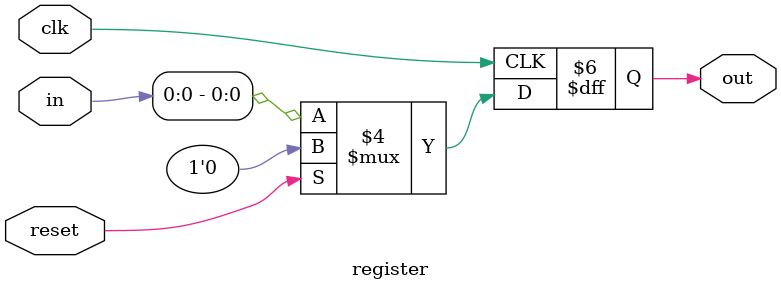
<source format=sv>
`timescale 1ns / 1ps


module register(clk,reset,in,out);
input logic clk,reset;
input logic [31:0] in;
output logic out;
always_ff@(posedge clk)
begin
    if (reset==1'b1)
        out<=32'b0;
    else
        out<=in;
end
endmodule
    



  

</source>
